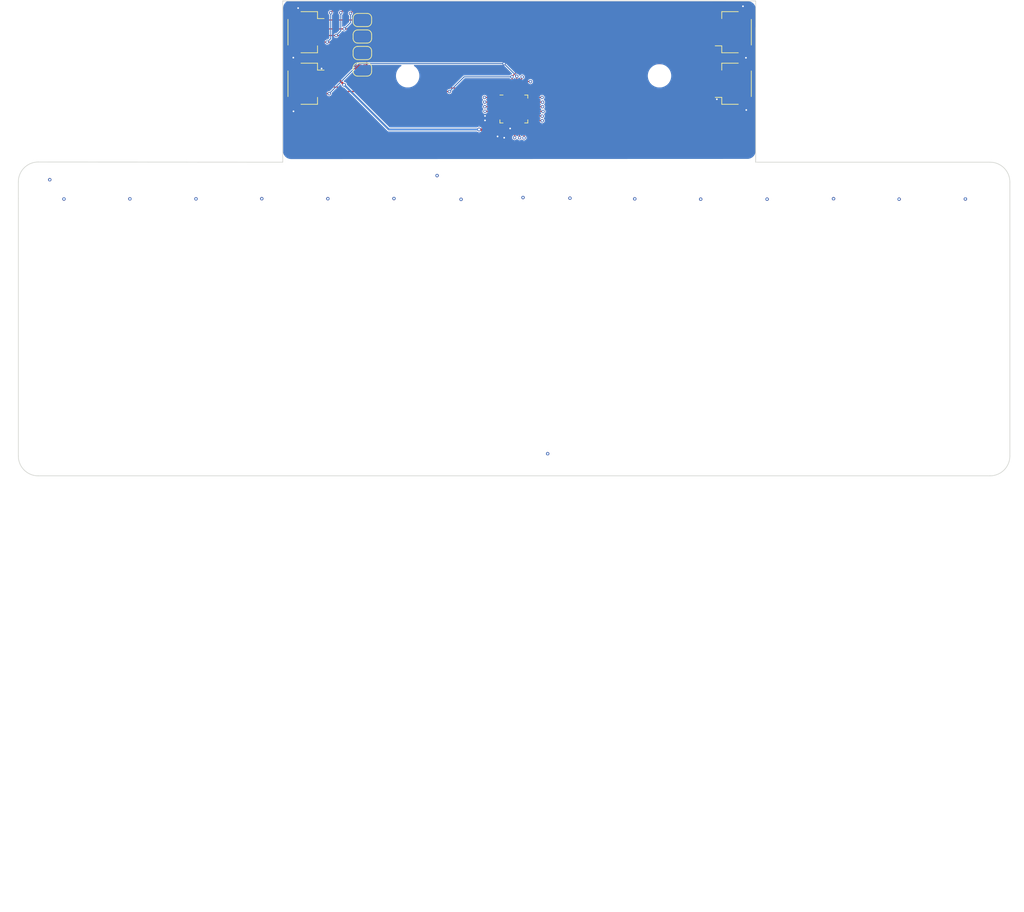
<source format=kicad_pcb>
(kicad_pcb (version 20221018) (generator pcbnew)
  (layers (0 "F.Cu" signal) (1 "In1.Cu" signal) (2 "In2.Cu" signal) (31 "B.Cu" signal) (34 "B.Paste" user) (35 "F.Paste" user) (36 "B.SilkS" user "B.Silkscreen") (37 "F.SilkS" user "F.Silkscreen") (38 "B.Mask" user) (39 "F.Mask" user) (44 "Edge.Cuts" user))
  (net 0 "")
  (net 1 "/CMOD")
  (net 2 "GND")
  (net 3 "+3V3")
  (net 4 "/VCC")
  (net 5 "/SDA")
  (net 6 "/SCL")
  (net 7 "/EVT1")
  (net 8 "/EVT2")
  (net 9 "/EVT3")
  (net 10 "/EVT4")
  (net 11 "/EVT")
  (net 12 "Net-(U1-SDA)")
  (net 13 "Net-(U1-SCL)")
  (net 14 "Net-(U1-CS0)")
  (net 15 "/TOUCH0")
  (net 16 "Net-(U1-CS1)")
  (net 17 "/TOUCH1")
  (net 18 "Net-(U1-CS2)")
  (net 19 "/TOUCH2")
  (net 20 "Net-(U1-CS3)")
  (net 21 "/TOUCH3")
  (net 22 "Net-(U1-CS4)")
  (net 23 "/TOUCH4")
  (net 24 "Net-(U1-CS5)")
  (net 25 "/TOUCH5")
  (net 26 "Net-(U1-CS6)")
  (net 27 "/TOUCH6")
  (net 28 "Net-(U1-CS7)")
  (net 29 "/TOUCH7")
  (net 30 "Net-(U1-CS8)")
  (net 31 "/TOUCH8")
  (net 32 "Net-(U1-CS9)")
  (net 33 "/TOUCH9")
  (net 34 "Net-(U1-CS10)")
  (net 35 "/TOUCH10")
  (net 36 "Net-(U1-CS11)")
  (net 37 "/TOUCH11")
  (net 38 "Net-(U1-CS12)")
  (net 39 "/TOUCH12")
  (net 40 "Net-(U1-CS13)")
  (net 41 "/TOUCH13")
  (net 42 "Net-(U1-CS14)")
  (net 43 "/TOUCH14")
  (footprint "MountingHole:MountingHole_3.2mm_M3_DIN965" (layer "F.Cu") (at 104.9 73.95)
    (fp_text reference "H1" hide)
    (fp_text value "MountingHole" hide)
    (pad "" np_thru_hole circle (at 0 0) (size 3.2 3.2) (drill 3.2) (layers "*.Cu" "*.Mask"))
  )
  (footprint "Resistor_SMD:R_0201_0603Metric" (layer "F.Cu") (at 117.6 79.325 180)
    (fp_text reference "R6" hide)
    (fp_text value "560" hide)
    (pad "1" smd roundrect (at -0.32 0 180) (size 0.46 0.4) (layers "F.Cu" "F.Mask") (net 20 "Net-(U1-CS3)"))
    (pad "2" smd roundrect (at 0.32 0 180) (size 0.46 0.4) (layers "F.Cu" "F.Mask") (net 21 "/TOUCH3"))
  )
  (footprint "Capacitor_SMD:C_0201_0603Metric" (layer "F.Cu") (at 119 82.37 -90)
    (fp_text reference "C2" hide)
    (fp_text value "0.1uF" hide)
    (pad "1" smd roundrect (at -0.32 0 270) (size 0.46 0.4) (layers "F.Cu" "F.Mask") (net 3 "+3V3"))
    (pad "2" smd roundrect (at 0.32 0 270) (size 0.46 0.4) (layers "F.Cu" "F.Mask") (net 2 "GND"))
  )
  (footprint "JST-footprints:JST_SH_SM04B-SRSS-TB_1x04-1MP_P1.00mm_Horizontal" (layer "F.Cu") (at 154.2 75.15 90)
    (fp_text reference "I2C2" hide)
    (fp_text value "Conn_01x04" hide)
    (fp_line (start -3.11 -1.785) (end -2.06 -1.785) (stroke (width 0.12)) (layer "F.SilkS"))
    (fp_line (start -3.11 0.715) (end -3.11 -1.785) (stroke (width 0.12)) (layer "F.SilkS"))
    (fp_line (start -2.06 -1.785) (end -2.06 -2.775) (stroke (width 0.12)) (layer "F.SilkS"))
    (fp_line (start -1.94 2.685) (end 1.94 2.685) (stroke (width 0.12)) (layer "F.SilkS"))
    (fp_line (start 3.11 -1.785) (end 2.06 -1.785) (stroke (width 0.12)) (layer "F.SilkS"))
    (fp_line (start 3.11 0.715) (end 3.11 -1.785) (stroke (width 0.12)) (layer "F.SilkS"))
    (pad "1" smd roundrect (at -1.5 -2 90) (size 0.6 1.55) (layers "F.Cu" "F.Paste" "F.Mask") (net 2 "GND"))
    (pad "2" smd roundrect (at -0.5 -2 90) (size 0.6 1.55) (layers "F.Cu" "F.Paste" "F.Mask") (net 3 "+3V3"))
    (pad "3" smd roundrect (at 0.5 -2 90) (size 0.6 1.55) (layers "F.Cu" "F.Paste" "F.Mask") (net 5 "/SDA"))
    (pad "4" smd roundrect (at 1.5 -2 90) (size 0.6 1.55) (layers "F.Cu" "F.Paste" "F.Mask") (net 6 "/SCL"))
    (pad "MP" smd roundrect (at -2.8 1.875 90) (size 1.2 1.8) (layers "F.Cu" "F.Paste" "F.Mask") (roundrect_rratio 0.208333) (net 2 "GND"))
    (pad "MP" smd roundrect (at 2.8 1.875 90) (size 1.2 1.8) (layers "F.Cu" "F.Paste" "F.Mask") (roundrect_rratio 0.208333) (net 2 "GND"))
  )
  (footprint "Package_DFN_QFN:QFN-24-1EP_4x4mm_P0.5mm_EP2.6x2.6mm" (layer "F.Cu") (at 120.9625 78.975)
    (fp_text reference "U1" hide)
    (fp_text value "CY8CMBR3116" hide)
    (fp_line (start -2.11 2.11) (end -2.11 1.635) (stroke (width 0.12)) (layer "F.SilkS"))
    (fp_line (start -1.635 -2.11) (end -2.11 -2.11) (stroke (width 0.12)) (layer "F.SilkS"))
    (fp_line (start -1.635 2.11) (end -2.11 2.11) (stroke (width 0.12)) (layer "F.SilkS"))
    (fp_line (start 1.635 -2.11) (end 2.11 -2.11) (stroke (width 0.12)) (layer "F.SilkS"))
    (fp_line (start 1.635 2.11) (end 2.11 2.11) (stroke (width 0.12)) (layer "F.SilkS"))
    (fp_line (start 2.11 -2.11) (end 2.11 -1.635) (stroke (width 0.12)) (layer "F.SilkS"))
    (fp_line (start 2.11 2.11) (end 2.11 1.635) (stroke (width 0.12)) (layer "F.SilkS"))
    (pad "1" smd roundrect (at -1.9375 -1.25) (size 0.825 0.25) (layers "F.Cu" "F.Paste" "F.Mask") (net 14 "Net-(U1-CS0)"))
    (pad "2" smd roundrect (at -1.9375 -0.75) (size 0.825 0.25) (layers "F.Cu" "F.Paste" "F.Mask") (net 16 "Net-(U1-CS1)"))
    (pad "3" smd roundrect (at -1.9375 -0.25) (size 0.825 0.25) (layers "F.Cu" "F.Paste" "F.Mask") (net 18 "Net-(U1-CS2)"))
    (pad "4" smd roundrect (at -1.9375 0.25) (size 0.825 0.25) (layers "F.Cu" "F.Paste" "F.Mask") (net 20 "Net-(U1-CS3)"))
    (pad "5" smd roundrect (at -1.9375 0.75) (size 0.825 0.25) (layers "F.Cu" "F.Paste" "F.Mask") (net 1 "/CMOD"))
    (pad "6" smd roundrect (at -1.9375 1.25) (size 0.825 0.25) (layers "F.Cu" "F.Paste" "F.Mask") (net 4 "/VCC"))
    (pad "7" smd roundrect (at -1.25 1.9375) (size 0.25 0.825) (layers "F.Cu" "F.Paste" "F.Mask") (net 3 "+3V3"))
    (pad "8" smd roundrect (at -0.75 1.9375) (size 0.25 0.825) (layers "F.Cu" "F.Paste" "F.Mask") (net 2 "GND"))
    (pad "9" smd roundrect (at -0.25 1.9375) (size 0.25 0.825) (layers "F.Cu" "F.Paste" "F.Mask") (net 2 "GND"))
    (pad "10" smd roundrect (at 0.25 1.9375) (size 0.25 0.825) (layers "F.Cu" "F.Paste" "F.Mask") (net 42 "Net-(U1-CS14)"))
    (pad "11" smd roundrect (at 0.75 1.9375) (size 0.25 0.825) (layers "F.Cu" "F.Paste" "F.Mask") (net 40 "Net-(U1-CS13)"))
    (pad "12" smd roundrect (at 1.25 1.9375) (size 0.25 0.825) (layers "F.Cu" "F.Paste" "F.Mask") (net 38 "Net-(U1-CS12)"))
    (pad "13" smd roundrect (at 1.9375 1.25) (size 0.825 0.25) (layers "F.Cu" "F.Paste" "F.Mask") (net 36 "Net-(U1-CS11)"))
    (pad "14" smd roundrect (at 1.9375 0.75) (size 0.825 0.25) (layers "F.Cu" "F.Paste" "F.Mask") (net 34 "Net-(U1-CS10)"))
    (pad "15" smd roundrect (at 1.9375 0.25) (size 0.825 0.25) (layers "F.Cu" "F.Paste" "F.Mask") (net 32 "Net-(U1-CS9)"))
    (pad "16" smd roundrect (at 1.9375 -0.25) (size 0.825 0.25) (layers "F.Cu" "F.Paste" "F.Mask") (net 30 "Net-(U1-CS8)"))
    (pad "17" smd roundrect (at 1.9375 -0.75) (size 0.825 0.25) (layers "F.Cu" "F.Paste" "F.Mask") (net 28 "Net-(U1-CS7)"))
    (pad "18" smd roundrect (at 1.9375 -1.25) (size 0.825 0.25) (layers "F.Cu" "F.Paste" "F.Mask") (net 26 "Net-(U1-CS6)"))
    (pad "19" smd roundrect (at 1.25 -1.9375) (size 0.25 0.825) (layers "F.Cu" "F.Paste" "F.Mask") (net 24 "Net-(U1-CS5)"))
    (pad "20" smd roundrect (at 0.75 -1.9375) (size 0.25 0.825) (layers "F.Cu" "F.Paste" "F.Mask") (net 22 "Net-(U1-CS4)"))
    (pad "21" smd roundrect (at 0.25 -1.9375) (size 0.25 0.825) (layers "F.Cu" "F.Paste" "F.Mask") (net 12 "Net-(U1-SDA)"))
    (pad "22" smd roundrect (at -0.25 -1.9375) (size 0.25 0.825) (layers "F.Cu" "F.Paste" "F.Mask") (net 13 "Net-(U1-SCL)"))
    (pad "23" smd roundrect (at -0.75 -1.9375) (size 0.25 0.825) (layers "F.Cu" "F.Paste" "F.Mask") (net 11 "/EVT"))
    (pad "24" smd roundrect (at -1.25 -1.9375) (size 0.25 0.825) (layers "F.Cu" "F.Paste" "F.Mask"))
    (pad "25" smd rect (at 0 0) (size 2.6 2.6) (layers "F.Cu" "F.Mask") (net 2 "GND"))
  )
  (footprint "Capacitor_SMD:C_0201_0603Metric" (layer "F.Cu") (at 117.6 80.725 180)
    (fp_text reference "C4" hide)
    (fp_text value "0.1uF" hide)
    (pad "1" smd roundrect (at -0.32 0 180) (size 0.46 0.4) (layers "F.Cu" "F.Mask") (net 4 "/VCC"))
    (pad "2" smd roundrect (at 0.32 0 180) (size 0.46 0.4) (layers "F.Cu" "F.Mask") (net 2 "GND"))
  )
  (footprint "Resistor_SMD:R_0201_0603Metric" (layer "F.Cu") (at 124.3 77.225)
    (fp_text reference "R9" hide)
    (fp_text value "560" hide)
    (pad "1" smd roundrect (at -0.32 0) (size 0.46 0.4) (layers "F.Cu" "F.Mask") (net 26 "Net-(U1-CS6)"))
    (pad "2" smd roundrect (at 0.32 0) (size 0.46 0.4) (layers "F.Cu" "F.Mask") (net 39 "/TOUCH12"))
  )
  (footprint "Capacitor_SMD:C_0201_0603Metric" (layer "F.Cu") (at 119.7 82.37 -90)
    (fp_text reference "C3" hide)
    (fp_text value "1uF" hide)
    (pad "1" smd roundrect (at -0.32 0 270) (size 0.46 0.4) (layers "F.Cu" "F.Mask") (net 3 "+3V3"))
    (pad "2" smd roundrect (at 0.32 0 270) (size 0.46 0.4) (layers "F.Cu" "F.Mask") (net 2 "GND"))
  )
  (footprint "Resistor_SMD:R_0201_0603Metric" (layer "F.Cu") (at 124.3 77.925)
    (fp_text reference "R10" hide)
    (fp_text value "560" hide)
    (pad "1" smd roundrect (at -0.32 0) (size 0.46 0.4) (layers "F.Cu" "F.Mask") (net 28 "Net-(U1-CS7)"))
    (pad "2" smd roundrect (at 0.32 0) (size 0.46 0.4) (layers "F.Cu" "F.Mask") (net 37 "/TOUCH11"))
  )
  (footprint "Jumper:SolderJumper-2_P1.3mm_Open_RoundedPad1.0x1.5mm" (layer "F.Cu") (at 98.05 65.5 180)
    (fp_text reference "JP1" hide)
    (fp_text value "SolderJumper_2_Open" hide)
    (fp_line (start -1.4 0.3) (end -1.4 -0.3) (stroke (width 0.12)) (layer "F.SilkS"))
    (fp_line (start -0.7 -1) (end 0.7 -1) (stroke (width 0.12)) (layer "F.SilkS"))
    (fp_line (start 0.7 1) (end -0.7 1) (stroke (width 0.12)) (layer "F.SilkS"))
    (fp_line (start 1.4 -0.3) (end 1.4 0.3) (stroke (width 0.12)) (layer "F.SilkS"))
    (fp_arc (start -1.4 -0.3) (mid -1.194975 -0.794975) (end -0.7 -1) (stroke (width 0.12)) (layer "F.SilkS"))
    (fp_arc (start -0.7 1) (mid -1.194975 0.794975) (end -1.4 0.3) (stroke (width 0.12)) (layer "F.SilkS"))
    (fp_arc (start 0.7 -1) (mid 1.194975 -0.794975) (end 1.4 -0.3) (stroke (width 0.12)) (layer "F.SilkS"))
    (fp_arc (start 1.4 0.3) (mid 1.194975 0.794975) (end 0.7 1) (stroke (width 0.12)) (layer "F.SilkS"))
    (pad "1" smd custom (at -0.65 0 180) (size 1 0.5) (layers "F.Cu" "F.Mask") (net 11 "/EVT") (options (clearance outline) (anchor rect)) (primitives (gr_circle (center 0 0.25) (end 0.5 0.25) (width 0) (fill yes)) (gr_circle (center 0 -0.25) (end 0.5 -0.25) (width 0) (fill yes)) (gr_poly (pts (xy 0.5 0.75) (xy 0 0.75) (xy 0 -0.75) (xy 0.5 -0.75)) (width 0) (fill yes))))
    (pad "2" smd custom (at 0.65 0 180) (size 1 0.5) (layers "F.Cu" "F.Mask") (net 7 "/EVT1") (options (clearance outline) (anchor rect)) (primitives (gr_circle (center 0 0.25) (end 0.5 0.25) (width 0) (fill yes)) (gr_circle (center 0 -0.25) (end 0.5 -0.25) (width 0) (fill yes)) (gr_poly (pts (xy 0 0.75) (xy -0.5 0.75) (xy -0.5 -0.75) (xy 0 -0.75)) (width 0) (fill yes))))
  )
  (footprint "Resistor_SMD:R_0201_0603Metric" (layer "F.Cu") (at 122.5 82.37 -90)
    (fp_text reference "R15" hide)
    (fp_text value "560" hide)
    (pad "1" smd roundrect (at -0.32 0 270) (size 0.46 0.4) (layers "F.Cu" "F.Mask") (net 38 "Net-(U1-CS12)"))
    (pad "2" smd roundrect (at 0.32 0 270) (size 0.46 0.4) (layers "F.Cu" "F.Mask") (net 27 "/TOUCH6"))
  )
  (footprint "Resistor_SMD:R_0201_0603Metric" (layer "F.Cu") (at 124.3 80.025)
    (fp_text reference "R13" hide)
    (fp_text value "560" hide)
    (pad "1" smd roundrect (at -0.32 0) (size 0.46 0.4) (layers "F.Cu" "F.Mask") (net 34 "Net-(U1-CS10)"))
    (pad "2" smd roundrect (at 0.32 0) (size 0.46 0.4) (layers "F.Cu" "F.Mask") (net 31 "/TOUCH8"))
  )
  (footprint "MountingHole:MountingHole_3.2mm_M3_DIN965" (layer "F.Cu") (at 143 73.95)
    (fp_text reference "H2" hide)
    (fp_text value "MountingHole" hide)
    (pad "" np_thru_hole circle (at 0 0) (size 3.2 3.2) (drill 3.2) (layers "*.Cu" "*.Mask"))
  )
  (footprint "Resistor_SMD:R_0201_0603Metric" (layer "F.Cu") (at 121.8 82.37 -90)
    (fp_text reference "R16" hide)
    (fp_text value "560" hide)
    (pad "1" smd roundrect (at -0.32 0 270) (size 0.46 0.4) (layers "F.Cu" "F.Mask") (net 40 "Net-(U1-CS13)"))
    (pad "2" smd roundrect (at 0.32 0 270) (size 0.46 0.4) (layers "F.Cu" "F.Mask") (net 25 "/TOUCH5"))
  )
  (footprint "Resistor_SMD:R_0201_0603Metric" (layer "F.Cu") (at 117.6 77.925 180)
    (fp_text reference "R4" hide)
    (fp_text value "560" hide)
    (pad "1" smd roundrect (at -0.32 0 180) (size 0.46 0.4) (layers "F.Cu" "F.Mask") (net 16 "Net-(U1-CS1)"))
    (pad "2" smd roundrect (at 0.32 0 180) (size 0.46 0.4) (layers "F.Cu" "F.Mask") (net 17 "/TOUCH1"))
  )
  (footprint "Resistor_SMD:R_0201_0603Metric" (layer "F.Cu") (at 117.6 77.225 180)
    (fp_text reference "R3" hide)
    (fp_text value "560" hide)
    (pad "1" smd roundrect (at -0.32 0 180) (size 0.46 0.4) (layers "F.Cu" "F.Mask") (net 14 "Net-(U1-CS0)"))
    (pad "2" smd roundrect (at 0.32 0 180) (size 0.46 0.4) (layers "F.Cu" "F.Mask") (net 15 "/TOUCH0"))
  )
  (footprint "Resistor_SMD:R_0201_0603Metric" (layer "F.Cu") (at 124.3 79.325)
    (fp_text reference "R12" hide)
    (fp_text value "560" hide)
    (pad "1" smd roundrect (at -0.32 0) (size 0.46 0.4) (layers "F.Cu" "F.Mask") (net 32 "Net-(U1-CS9)"))
    (pad "2" smd roundrect (at 0.32 0) (size 0.46 0.4) (layers "F.Cu" "F.Mask") (net 33 "/TOUCH9"))
  )
  (footprint "Resistor_SMD:R_0201_0603Metric" (layer "F.Cu") (at 122.8 75.125 90)
    (fp_text reference "R8" hide)
    (fp_text value "560" hide)
    (pad "1" smd roundrect (at -0.32 0 90) (size 0.46 0.4) (layers "F.Cu" "F.Mask") (net 24 "Net-(U1-CS5)"))
    (pad "2" smd roundrect (at 0.32 0 90) (size 0.46 0.4) (layers "F.Cu" "F.Mask") (net 41 "/TOUCH13"))
  )
  (footprint "Resistor_SMD:R_0201_0603Metric" (layer "F.Cu") (at 117.6 78.625 180)
    (fp_text reference "R5" hide)
    (fp_text value "560" hide)
    (pad "1" smd roundrect (at -0.32 0 180) (size 0.46 0.4) (layers "F.Cu" "F.Mask") (net 18 "Net-(U1-CS2)"))
    (pad "2" smd roundrect (at 0.32 0 180) (size 0.46 0.4) (layers "F.Cu" "F.Mask") (net 19 "/TOUCH2"))
  )
  (footprint "JST-footprints:JST_SH_SM04B-SRSS-TB_1x04-1MP_P1.00mm_Horizontal" (layer "F.Cu") (at 89.475 75.15 -90)
    (fp_text reference "I2C1" hide)
    (fp_text value "Conn_01x04" hide)
    (fp_line (start -3.11 -1.785) (end -2.06 -1.785) (stroke (width 0.12)) (layer "F.SilkS"))
    (fp_line (start -3.11 0.715) (end -3.11 -1.785) (stroke (width 0.12)) (layer "F.SilkS"))
    (fp_line (start -2.06 -1.785) (end -2.06 -2.775) (stroke (width 0.12)) (layer "F.SilkS"))
    (fp_line (start -1.94 2.685) (end 1.94 2.685) (stroke (width 0.12)) (layer "F.SilkS"))
    (fp_line (start 3.11 -1.785) (end 2.06 -1.785) (stroke (width 0.12)) (layer "F.SilkS"))
    (fp_line (start 3.11 0.715) (end 3.11 -1.785) (stroke (width 0.12)) (layer "F.SilkS"))
    (pad "1" smd roundrect (at -1.5 -2 270) (size 0.6 1.55) (layers "F.Cu" "F.Paste" "F.Mask") (net 2 "GND"))
    (pad "2" smd roundrect (at -0.5 -2 270) (size 0.6 1.55) (layers "F.Cu" "F.Paste" "F.Mask") (net 3 "+3V3"))
    (pad "3" smd roundrect (at 0.5 -2 270) (size 0.6 1.55) (layers "F.Cu" "F.Paste" "F.Mask") (net 5 "/SDA"))
    (pad "4" smd roundrect (at 1.5 -2 270) (size 0.6 1.55) (layers "F.Cu" "F.Paste" "F.Mask") (net 6 "/SCL"))
    (pad "MP" smd roundrect (at -2.8 1.875 270) (size 1.2 1.8) (layers "F.Cu" "F.Paste" "F.Mask") (roundrect_rratio 0.208333) (net 2 "GND"))
    (pad "MP" smd roundrect (at 2.8 1.875 270) (size 1.2 1.8) (layers "F.Cu" "F.Paste" "F.Mask") (roundrect_rratio 0.208333) (net 2 "GND"))
  )
  (footprint "Jumper:SolderJumper-2_P1.3mm_Open_RoundedPad1.0x1.5mm" (layer "F.Cu") (at 98.05 70.5 180)
    (fp_text reference "JP3" hide)
    (fp_text value "SolderJumper_2_Open" hide)
    (fp_line (start -1.4 0.3) (end -1.4 -0.3) (stroke (width 0.12)) (layer "F.SilkS"))
    (fp_line (start -0.7 -1) (end 0.7 -1) (stroke (width 0.12)) (layer "F.SilkS"))
    (fp_line (start 0.7 1) (end -0.7 1) (stroke (width 0.12)) (layer "F.SilkS"))
    (fp_line (start 1.4 -0.3) (end 1.4 0.3) (stroke (width 0.12)) (layer "F.SilkS"))
    (fp_arc (start -1.4 -0.3) (mid -1.194975 -0.794975) (end -0.7 -1) (stroke (width 0.12)) (layer "F.SilkS"))
    (fp_arc (start -0.7 1) (mid -1.194975 0.794975) (end -1.4 0.3) (stroke (width 0.12)) (layer "F.SilkS"))
    (fp_arc (start 0.7 -1) (mid 1.194975 -0.794975) (end 1.4 -0.3) (stroke (width 0.12)) (layer "F.SilkS"))
    (fp_arc (start 1.4 0.3) (mid 1.194975 0.794975) (end 0.7 1) (stroke (width 0.12)) (layer "F.SilkS"))
    (pad "1" smd custom (at -0.65 0 180) (size 1 0.5) (layers "F.Cu" "F.Mask") (net 11 "/EVT") (options (clearance outline) (anchor rect)) (primitives (gr_circle (center 0 0.25) (end 0.5 0.25) (width 0) (fill yes)) (gr_circle (center 0 -0.25) (end 0.5 -0.25) (width 0) (fill yes)) (gr_poly (pts (xy 0.5 0.75) (xy 0 0.75) (xy 0 -0.75) (xy 0.5 -0.75)) (width 0) (fill yes))))
    (pad "2" smd custom (at 0.65 0 180) (size 1 0.5) (layers "F.Cu" "F.Mask") (net 9 "/EVT3") (options (clearance outline) (anchor rect)) (primitives (gr_circle (center 0 0.25) (end 0.5 0.25) (width 0) (fill yes)) (gr_circle (center 0 -0.25) (end 0.5 -0.25) (width 0) (fill yes)) (gr_poly (pts (xy 0 0.75) (xy -0.5 0.75) (xy -0.5 -0.75) (xy 0 -0.75)) (width 0) (fill yes))))
  )
  (footprint "Jumper:SolderJumper-2_P1.3mm_Open_RoundedPad1.0x1.5mm" (layer "F.Cu") (at 98.05 73 180)
    (fp_text reference "JP4" hide)
    (fp_text value "SolderJumper_2_Open" hide)
    (fp_line (start -1.4 0.3) (end -1.4 -0.3) (stroke (width 0.12)) (layer "F.SilkS"))
    (fp_line (start -0.7 -1) (end 0.7 -1) (stroke (width 0.12)) (layer "F.SilkS"))
    (fp_line (start 0.7 1) (end -0.7 1) (stroke (width 0.12)) (layer "F.SilkS"))
    (fp_line (start 1.4 -0.3) (end 1.4 0.3) (stroke (width 0.12)) (layer "F.SilkS"))
    (fp_arc (start -1.4 -0.3) (mid -1.194975 -0.794975) (end -0.7 -1) (stroke (width 0.12)) (layer "F.SilkS"))
    (fp_arc (start -0.7 1) (mid -1.194975 0.794975) (end -1.4 0.3) (stroke (width 0.12)) (layer "F.SilkS"))
    (fp_arc (start 0.7 -1) (mid 1.194975 -0.794975) (end 1.4 -0.3) (stroke (width 0.12)) (layer "F.SilkS"))
    (fp_arc (start 1.4 0.3) (mid 1.194975 0.794975) (end 0.7 1) (stroke (width 0.12)) (layer "F.SilkS"))
    (pad "1" smd custom (at -0.65 0 180) (size 1 0.5) (layers "F.Cu" "F.Mask") (net 11 "/EVT") (options (clearance outline) (anchor rect)) (primitives (gr_circle (center 0 0.25) (end 0.5 0.25) (width 0) (fill yes)) (gr_circle (center 0 -0.25) (end 0.5 -0.25) (width 0) (fill yes)) (gr_poly (pts (xy 0.5 0.75) (xy 0 0.75) (xy 0 -0.75) (xy 0.5 -0.75)) (width 0) (fill yes))))
    (pad "2" smd custom (at 0.65 0 180) (size 1 0.5) (layers "F.Cu" "F.Mask") (net 10 "/EVT4") (options (clearance outline) (anchor rect)) (primitives (gr_circle (center 0 0.25) (end 0.5 0.25) (width 0) (fill yes)) (gr_circle (center 0 -0.25) (end 0.5 -0.25) (width 0) (fill yes)) (gr_poly (pts (xy 0 0.75) (xy -0.5 0.75) (xy -0.5 -0.75) (xy 0 -0.75)) (width 0) (fill yes))))
  )
  (footprint "Resistor_SMD:R_0201_0603Metric" (layer "F.Cu") (at 120.7 75.125 -90)
    (fp_text reference "R2" hide)
    (fp_text value "100" hide)
    (pad "1" smd roundrect (at -0.32 0 270) (size 0.46 0.4) (layers "F.Cu" "F.Mask") (net 5 "/SDA"))
    (pad "2" smd roundrect (at 0.32 0 270) (size 0.46 0.4) (layers "F.Cu" "F.Mask") (net 13 "Net-(U1-SCL)"))
  )
  (footprint "JST-footprints:JST_SH_SM04B-SRSS-TB_1x04-1MP_P1.00mm_Horizontal" (layer "F.Cu") (at 154.2 67.35 90)
    (fp_text reference "INT2" hide)
    (fp_text value "Conn_01x04" hide)
    (fp_line (start -3.11 -1.785) (end -2.06 -1.785) (stroke (width 0.12)) (layer "F.SilkS"))
    (fp_line (start -3.11 0.715) (end -3.11 -1.785) (stroke (width 0.12)) (layer "F.SilkS"))
    (fp_line (start -2.06 -1.785) (end -2.06 -2.775) (stroke (width 0.12)) (layer "F.SilkS"))
    (fp_line (start -1.94 2.685) (end 1.94 2.685) (stroke (width 0.12)) (layer "F.SilkS"))
    (fp_line (start 3.11 -1.785) (end 2.06 -1.785) (stroke (width 0.12)) (layer "F.SilkS"))
    (fp_line (start 3.11 0.715) (end 3.11 -1.785) (stroke (width 0.12)) (layer "F.SilkS"))
    (pad "1" smd roundrect (at -1.5 -2 90) (size 0.6 1.55) (layers "F.Cu" "F.Paste" "F.Mask") (net 7 "/EVT1"))
    (pad "2" smd roundrect (at -0.5 -2 90) (size 0.6 1.55) (layers "F.Cu" "F.Paste" "F.Mask") (net 8 "/EVT2"))
    (pad "3" smd roundrect (at 0.5 -2 90) (size 0.6 1.55) (layers "F.Cu" "F.Paste" "F.Mask") (net 9 "/EVT3"))
    (pad "4" smd roundrect (at 1.5 -2 90) (size 0.6 1.55) (layers "F.Cu" "F.Paste" "F.Mask") (net 10 "/EVT4"))
    (pad "MP" smd roundrect (at -2.8 1.875 90) (size 1.2 1.8) (layers "F.Cu" "F.Paste" "F.Mask") (roundrect_rratio 0.208333) (net 2 "GND"))
    (pad "MP" smd roundrect (at 2.8 1.875 90) (size 1.2 1.8) (layers "F.Cu" "F.Paste" "F.Mask") (roundrect_rratio 0.208333) (net 2 "GND"))
  )
  (footprint "Resistor_SMD:R_0201_0603Metric" (layer "F.Cu") (at 124.3 80.725)
    (fp_text reference "R14" hide)
    (fp_text value "560" hide)
    (pad "1" smd roundrect (at -0.32 0) (size 0.46 0.4) (layers "F.Cu" "F.Mask") (net 36 "Net-(U1-CS11)"))
    (pad "2" smd roundrect (at 0.32 0) (size 0.46 0.4) (layers "F.Cu" "F.Mask") (net 29 "/TOUCH7"))
  )
  (footprint "Resistor_SMD:R_0201_0603Metric" (layer "F.Cu") (at 124.3 78.625)
    (fp_text reference "R11" hide)
    (fp_text value "560" hide)
    (pad "1" smd roundrect (at -0.32 0) (size 0.46 0.4) (layers "F.Cu" "F.Mask") (net 30 "Net-(U1-CS8)"))
    (pad "2" smd roundrect (at 0.32 0) (size 0.46 0.4) (layers "F.Cu" "F.Mask") (net 35 "/TOUCH10"))
  )
  (footprint "Resistor_SMD:R_0201_0603Metric" (layer "F.Cu") (at 122.1 75.125 90)
    (fp_text reference "R7" hide)
    (fp_text value "560" hide)
    (pad "1" smd roundrect (at -0.32 0 90) (size 0.46 0.4) (layers "F.Cu" "F.Mask") (net 22 "Net-(U1-CS4)"))
    (pad "2" smd roundrect (at 0.32 0 90) (size 0.46 0.4) (layers "F.Cu" "F.Mask") (net 43 "/TOUCH14"))
  )
  (footprint "Resistor_SMD:R_0201_0603Metric" (layer "F.Cu") (at 121.1 82.37 -90)
    (fp_text reference "R17" hide)
    (fp_text value "560" hide)
    (pad "1" smd roundrect (at -0.32 0 270) (size 0.46 0.4) (layers "F.Cu" "F.Mask") (net 42 "Net-(U1-CS14)"))
    (pad "2" smd roundrect (at 0.32 0 270) (size 0.46 0.4) (layers "F.Cu" "F.Mask") (net 23 "/TOUCH4"))
  )
  (footprint "Resistor_SMD:R_0201_0603Metric" (layer "F.Cu") (at 121.4 75.125 -90)
    (fp_text reference "R1" hide)
    (fp_text value "100" hide)
    (pad "1" smd roundrect (at -0.32 0 270) (size 0.46 0.4) (layers "F.Cu" "F.Mask") (net 6 "/SCL"))
    (pad "2" smd roundrect (at 0.32 0 270) (size 0.46 0.4) (layers "F.Cu" "F.Mask") (net 12 "Net-(U1-SDA)"))
  )
  (footprint "Jumper:SolderJumper-2_P1.3mm_Open_RoundedPad1.0x1.5mm" (layer "F.Cu") (at 98.05 68 180)
    (fp_text reference "JP2" hide)
    (fp_text value "SolderJumper_2_Open" hide)
    (fp_line (start -1.4 0.3) (end -1.4 -0.3) (stroke (width 0.12)) (layer "F.SilkS"))
    (fp_line (start -0.7 -1) (end 0.7 -1) (stroke (width 0.12)) (layer "F.SilkS"))
    (fp_line (start 0.7 1) (end -0.7 1) (stroke (width 0.12)) (layer "F.SilkS"))
    (fp_line (start 1.4 -0.3) (end 1.4 0.3) (stroke (width 0.12)) (layer "F.SilkS"))
    (fp_arc (start -1.4 -0.3) (mid -1.194975 -0.794975) (end -0.7 -1) (stroke (width 0.12)) (layer "F.SilkS"))
    (fp_arc (start -0.7 1) (mid -1.194975 0.794975) (end -1.4 0.3) (stroke (width 0.12)) (layer "F.SilkS"))
    (fp_arc (start 0.7 -1) (mid 1.194975 -0.794975) (end 1.4 -0.3) (stroke (width 0.12)) (layer "F.SilkS"))
    (fp_arc (start 1.4 0.3) (mid 1.194975 0.794975) (end 0.7 1) (stroke (width 0.12)) (layer "F.SilkS"))
    (pad "1" smd custom (at -0.65 0 180) (size 1 0.5) (layers "F.Cu" "F.Mask") (net 11 "/EVT") (options (clearance outline) (anchor rect)) (primitives (gr_circle (center 0 0.25) (end 0.5 0.25) (width 0) (fill yes)) (gr_circle (center 0 -0.25) (end 0.5 -0.25) (width 0) (fill yes)) (gr_poly (pts (xy 0.5 0.75) (xy 0 0.75) (xy 0 -0.75) (xy 0.5 -0.75)) (width 0) (fill yes))))
    (pad "2" smd custom (at 0.65 0 180) (size 1 0.5) (layers "F.Cu" "F.Mask") (net 8 "/EVT2") (options (clearance outline) (anchor rect)) (primitives (gr_circle (center 0 0.25) (end 0.5 0.25) (width 0) (fill yes)) (gr_circle (center 0 -0.25) (end 0.5 -0.25) (width 0) (fill yes)) (gr_poly (pts (xy 0 0.75) (xy -0.5 0.75) (xy -0.5 -0.75) (xy 0 -0.75)) (width 0) (fill yes))))
  )
  (footprint "Capacitor_SMD:C_0201_0603Metric" (layer "F.Cu") (at 117.6 80.025 180)
    (fp_text reference "C1" hide)
    (fp_text value "2.2nF" hide)
    (pad "1" smd roundrect (at -0.32 0 180) (size 0.46 0.4) (layers "F.Cu" "F.Mask") (net 1 "/CMOD"))
    (pad "2" smd roundrect (at 0.32 0 180) (size 0.46 0.4) (layers "F.Cu" "F.Mask") (net 2 "GND"))
  )
  (footprint "JST-footprints:JST_SH_SM04B-SRSS-TB_1x04-1MP_P1.00mm_Horizontal" (layer "F.Cu") (at 89.475 67.35 -90)
    (fp_text reference "INT1" hide)
    (fp_text value "Conn_01x04" hide)
    (fp_line (start -3.11 -1.785) (end -2.06 -1.785) (stroke (width 0.12)) (layer "F.SilkS"))
    (fp_line (start -3.11 0.715) (end -3.11 -1.785) (stroke (width 0.12)) (layer "F.SilkS"))
    (fp_line (start -2.06 -1.785) (end -2.06 -2.775) (stroke (width 0.12)) (layer "F.SilkS"))
    (fp_line (start -1.94 2.685) (end 1.94 2.685) (stroke (width 0.12)) (layer "F.SilkS"))
    (fp_line (start 3.11 -1.785) (end 2.06 -1.785) (stroke (width 0.12)) (layer "F.SilkS"))
    (fp_line (start 3.11 0.715) (end 3.11 -1.785) (stroke (width 0.12)) (layer "F.SilkS"))
    (pad "1" smd roundrect (at -1.5 -2 270) (size 0.6 1.55) (layers "F.Cu" "F.Paste" "F.Mask") (net 7 "/EVT1"))
    (pad "2" smd roundrect (at -0.5 -2 270) (size 0.6 1.55) (layers "F.Cu" "F.Paste" "F.Mask") (net 8 "/EVT2"))
    (pad "3" smd roundrect (at 0.5 -2 270) (size 0.6 1.55) (layers "F.Cu" "F.Paste" "F.Mask") (net 9 "/EVT3"))
    (pad "4" smd roundrect (at 1.5 -2 270) (size 0.6 1.55) (layers "F.Cu" "F.Paste" "F.Mask") (net 10 "/EVT4"))
    (pad "MP" smd roundrect (at -2.8 1.875 270) (size 1.2 1.8) (layers "F.Cu" "F.Paste" "F.Mask") (roundrect_rratio 0.208333) (net 2 "GND"))
    (pad "MP" smd roundrect (at 2.8 1.875 270) (size 1.2 1.8) (layers "F.Cu" "F.Paste" "F.Mask") (roundrect_rratio 0.208333) (net 2 "GND"))
  )
  (gr_line (start 157.55 87.025) (end 157.55 62.625) (stroke (width 0.1)) (layer "Edge.Cuts"))
  (gr_line (start 193 87.025) (end 157.55 87.025) (stroke (width 0.1)) (layer "Edge.Cuts"))
  (gr_line (start 196 131.5) (end 196 90.025) (stroke (width 0.1)) (layer "Edge.Cuts"))
  (gr_line (start 157.55 62.625) (end 86 62.625) (stroke (width 0.1)) (layer "Edge.Cuts"))
  (gr_line (start 86 87.025) (end 49 87) (stroke (width 0.1)) (layer "Edge.Cuts"))
  (gr_line (start 49 134.5) (end 193 134.5) (stroke (width 0.1)) (layer "Edge.Cuts"))
  (gr_line (start 86 87.025) (end 86 62.625) (stroke (width 0.1)) (layer "Edge.Cuts"))
  (gr_arc (start 196 131.5) (mid 195.12132 133.62132) (end 193 134.5) (stroke (width 0.1)) (layer "Edge.Cuts"))
  (gr_arc (start 193 87.025) (mid 195.12132 87.90368) (end 196 90.025) (stroke (width 0.1)) (layer "Edge.Cuts"))
  (gr_line (start 46 92.5) (end 46 131.5) (stroke (width 0.1)) (layer "Edge.Cuts"))
  (gr_arc (start 49 134.5) (mid 46.87868 133.62132) (end 46 131.5) (stroke (width 0.1)) (layer "Edge.Cuts"))
  (gr_line (start 157.55 87.025) (end 157.55 66.625) (stroke (width 0.1)) (layer "Edge.Cuts"))
  (gr_arc (start 46 90) (mid 46.87868 87.87868) (end 49 87) (stroke (width 0.1)) (layer "Edge.Cuts"))
  (gr_line (start 46 92.5) (end 46 90) (stroke (width 0.1)) (layer "Edge.Cuts"))
  (segment (start 118.22 79.725) (end 119.025 79.725) (width 0.1524) (layer "F.Cu") (net 1))
  (segment (start 117.92 80.025) (end 118.22 79.725) (width 0.1524) (layer "F.Cu") (net 1))
  (segment (start 120.7125 80.9125) (end 120.2125 80.9125) (width 0.1524) (layer "F.Cu") (net 2))
  (segment (start 156.075 64.55) (end 156.075 63.875) (width 0.254) (layer "F.Cu") (net 2))
  (segment (start 152.2 76.65) (end 152.2 76.975) (width 0.254) (layer "F.Cu") (net 2))
  (segment (start 120.7125 79.225) (end 120.9625 78.975) (width 0.1524) (layer "F.Cu") (net 2))
  (segment (start 119.7 82.69) (end 119.7 83.125) (width 0.1524) (layer "F.Cu") (net 2))
  (segment (start 156.075 72.35) (end 156.075 70.15) (width 0.254) (layer "F.Cu") (net 2))
  (segment (start 152.2 76.975) (end 151.675 77.5) (width 0.254) (layer "F.Cu") (net 2))
  (segment (start 91.475 73.25) (end 91.875 72.85) (width 0.254) (layer "F.Cu") (net 2))
  (segment (start 87.6 77.95) (end 87.6 79.3) (width 0.254) (layer "F.Cu") (net 2))
  (segment (start 117.28 80.025) (end 116.6 80.025) (width 0.1524) (layer "F.Cu") (net 2))
  (segment (start 118.935 82.69) (end 118.5 83.125) (width 0.1524) (layer "F.Cu") (net 2))
  (segment (start 120.2125 81.7375) (end 120.4 81.925) (width 0.1524) (layer "F.Cu") (net 2))
  (segment (start 91.475 73.65) (end 91.475 73.25) (width 0.254) (layer "F.Cu") (net 2))
  (segment (start 156.075 77.95) (end 156.075 79.075) (width 0.254) (layer "F.Cu") (net 2))
  (segment (start 156.075 63.875) (end 155.625 63.425) (width 0.254) (layer "F.Cu") (net 2))
  (segment (start 87.6 72.35) (end 87.6 70.15) (width 0.254) (layer "F.Cu") (net 2))
  (segment (start 88.325 63.7) (end 87.6 64.425) (width 0.254) (layer "F.Cu") (net 2))
  (segment (start 87.6 64.425) (end 87.6 64.55) (width 0.254) (layer "F.Cu") (net 2))
  (segment (start 119 82.69) (end 118.935 82.69) (width 0.1524) (layer "F.Cu") (net 2))
  (segment (start 120.7125 80.9125) (end 120.7125 79.225) (width 0.1524) (layer "F.Cu") (net 2))
  (segment (start 119 82.69) (end 119.7 82.69) (width 0.1524) (layer "F.Cu") (net 2))
  (segment (start 120.2125 80.9125) (end 120.2125 81.7375) (width 0.1524) (layer "F.Cu") (net 2))
  (segment (start 119.7 83.125) (end 119.5 83.325) (width 0.1524) (layer "F.Cu") (net 2))
  (segment (start 87.6 79.3) (end 87.625 79.325) (width 0.254) (layer "F.Cu") (net 2))
  (segment (start 156.075 79.075) (end 156.125 79.125) (width 0.254) (layer "F.Cu") (net 2))
  (segment (start 116.625 80.725) (end 116.6 80.7) (width 0.1524) (layer "F.Cu") (net 2))
  (segment (start 117.28 80.725) (end 116.625 80.725) (width 0.1524) (layer "F.Cu") (net 2))
  (via (at 156.075 71.225) (size 0.508) (drill 0.254) (layers "F.Cu" "B.Cu") (net 2))
  (via (at 156.125 79.125) (size 0.508) (drill 0.254) (layers "F.Cu" "B.Cu") (net 2))
  (via (at 87.625 79.325) (size 0.508) (drill 0.254) (layers "F.Cu" "B.Cu") (net 2))
  (via (at 119.5 83.325) (size 0.508) (drill 0.254) (layers "F.Cu" "B.Cu") (net 2))
  (via (at 151.675 77.5) (size 0.508) (drill 0.254) (layers "F.Cu" "B.Cu") (net 2))
  (via (at 109.35 89.05) (size 0.508) (drill 0.254) (layers "F.Cu" "B.Cu") (net 2))
  (via (at 118.5 83.125) (size 0.508) (drill 0.254) (layers "F.Cu" "B.Cu") (net 2))
  (via (at 116.6 80.025) (size 0.508) (drill 0.254) (layers "F.Cu" "B.Cu") (net 2))
  (via (at 126.075 131.15) (size 0.508) (drill 0.254) (layers "F.Cu" "B.Cu") (net 2))
  (via (at 120.4 81.925) (size 0.508) (drill 0.254) (layers "F.Cu" "B.Cu") (net 2))
  (via (at 87.6 71.2) (size 0.508) (drill 0.254) (layers "F.Cu" "B.Cu") (net 2))
  (via (at 116.6 80.7) (size 0.508) (drill 0.254) (layers "F.Cu" "B.Cu") (net 2))
  (via (at 91.875 72.85) (size 0.508) (drill 0.254) (layers "F.Cu" "B.Cu") (net 2))
  (via (at 155.625 63.425) (size 0.508) (drill 0.254) (layers "F.Cu" "B.Cu") (net 2))
  (via (at 50.75 89.675) (size 0.508) (drill 0.254) (layers "F.Cu" "B.Cu") (net 2))
  (via (at 88.325 63.7) (size 0.508) (drill 0.254) (layers "F.Cu" "B.Cu") (net 2))
  (segment (start 118.975 82.075) (end 119 82.05) (width 0.3048) (layer "F.Cu") (net 3))
  (segment (start 150.75 75.65) (end 152.2 75.65) (width 0.3048) (layer "F.Cu") (net 3))
  (segment (start 119.7125 80.9125) (end 119.7125 82.0375) (width 0.1524) (layer "F.Cu") (net 3))
  (segment (start 150.5276 75.8724) (end 150.75 75.65) (width 0.3048) (layer "F.Cu") (net 3))
  (segment (start 115.7 82.075) (end 116 82.075) (width 0.3048) (layer "F.Cu") (net 3))
  (segment (start 94.625 74.65) (end 95.275 75.3) (width 0.3048) (layer "F.Cu") (net 3))
  (segment (start 131.9776 75.8724) (end 150.5276 75.8724) (width 0.3048) (layer "F.Cu") (net 3))
  (segment (start 91.475 74.65) (end 94.625 74.65) (width 0.3048) (layer "F.Cu") (net 3))
  (segment (start 119.7 82.05) (end 119 82.05) (width 0.1524) (layer "F.Cu") (net 3))
  (segment (start 119.7125 82.0375) (end 119.7 82.05) (width 0.1524) (layer "F.Cu") (net 3))
  (segment (start 116 82.075) (end 117.9 83.975) (width 0.3048) (layer "F.Cu") (net 3))
  (segment (start 115.7 82.075) (end 118.975 82.075) (width 0.3048) (layer "F.Cu") (net 3))
  (segment (start 117.9 83.975) (end 123.875 83.975) (width 0.3048) (layer "F.Cu") (net 3))
  (segment (start 123.875 83.975) (end 131.9776 75.8724) (width 0.3048) (layer "F.Cu") (net 3))
  (via (at 115.7 82.075) (size 0.5588) (drill 0.3048) (layers "F.Cu" "B.Cu") (net 3))
  (via (at 95.275 75.3) (size 0.5588) (drill 0.3048) (layers "F.Cu" "B.Cu") (net 3))
  (segment (start 102.05 82.075) (end 95.275 75.3) (width 0.3048) (layer "B.Cu") (net 3))
  (segment (start 115.7 82.075) (end 102.05 82.075) (width 0.3048) (layer "B.Cu") (net 3))
  (segment (start 119.025 80.225) (end 118.525 80.725) (width 0.1524) (layer "F.Cu") (net 4))
  (segment (start 118.525 80.725) (end 117.92 80.725) (width 0.1524) (layer "F.Cu") (net 4))
  (segment (start 152.2 74.65) (end 148.02704 74.65) (width 0.1524) (layer "F.Cu") (net 5))
  (segment (start 148.02704 74.65) (end 145.48084 72.1038) (width 0.1524) (layer "F.Cu") (net 5))
  (segment (start 120.7 74.125) (end 120.675 74.1) (width 0.1524) (layer "F.Cu") (net 5))
  (segment (start 111.225 76.325) (end 94.95 76.325) (width 0.1524) (layer "F.Cu") (net 5))
  (segment (start 145.48084 72.1038) (end 122.6462 72.1038) (width 0.1524) (layer "F.Cu") (net 5))
  (segment (start 94.275 75.65) (end 91.475 75.65) (width 0.1524) (layer "F.Cu") (net 5))
  (segment (start 122.6462 72.1038) (end 120.675 74.075) (width 0.1524) (layer "F.Cu") (net 5))
  (segment (start 120.7 74.805) (end 120.7 74.125) (width 0.1524) (layer "F.Cu") (net 5))
  (segment (start 120.675 74.075) (end 120.675 74.1) (width 0.1524) (layer "F.Cu") (net 5))
  (segment (start 94.95 76.325) (end 94.275 75.65) (width 0.1524) (layer "F.Cu") (net 5))
  (via (at 111.225 76.325) (size 0.508) (drill 0.254) (layers "F.Cu" "B.Cu") (net 5))
  (via (at 120.675 74.1) (size 0.508) (drill 0.254) (layers "F.Cu" "B.Cu") (net 5))
  (segment (start 120.675 74.1) (end 113.45 74.1) (width 0.1524) (layer "B.Cu") (net 5))
  (segment (start 113.45 74.1) (end 111.225 76.325) (width 0.1524) (layer "B.Cu") (net 5))
  (segment (start 91.475 76.65) (end 93.025 76.65) (width 0.1524) (layer "F.Cu") (net 6))
  (segment (start 119.7602 71.8224) (end 119.4788 72.1038) (width 0.1524) (layer "F.Cu") (net 6))
  (segment (start 152.2 73.65) (end 147.425 73.65) (width 0.1524) (layer "F.Cu") (net 6))
  (segment (start 147.425 73.65) (end 145.5974 71.8224) (width 0.1524) (layer "F.Cu") (net 6))
  (segment (start 121.4 74.025) (end 121.4 74.805) (width 0.1524) (layer "F.Cu") (net 6))
  (segment (start 145.5974 71.8224) (end 119.7602 71.8224) (width 0.1524) (layer "F.Cu") (net 6))
  (via (at 93.025 76.65) (size 0.508) (drill 0.254) (layers "F.Cu" "B.Cu") (net 6))
  (via (at 121.4 74.025) (size 0.508) (drill 0.254) (layers "F.Cu" "B.Cu") (net 6))
  (via (at 119.4788 72.1038) (size 0.508) (drill 0.254) (layers "F.Cu" "B.Cu") (net 6))
  (segment (start 93.025 76.65) (end 97.5712 72.1038) (width 0.1524) (layer "B.Cu") (net 6))
  (segment (start 119.4788 72.1038) (end 121.4 74.025) (width 0.1524) (layer "B.Cu") (net 6))
  (segment (start 97.5712 72.1038) (end 119.4788 72.1038) (width 0.1524) (layer "B.Cu") (net 6))
  (segment (start 91.825 65.5) (end 91.475 65.85) (width 0.1524) (layer "F.Cu") (net 7))
  (segment (start 101.725 64.325) (end 97.825 64.325) (width 0.1524) (layer "F.Cu") (net 7))
  (segment (start 106.25 68.85) (end 101.725 64.325) (width 0.1524) (layer "F.Cu") (net 7))
  (segment (start 97.4 64.75) (end 97.4 65.5) (width 0.1524) (layer "F.Cu") (net 7))
  (segment (start 97.4 65.5) (end 91.825 65.5) (width 0.1524) (layer "F.Cu") (net 7))
  (segment (start 152.2 68.85) (end 106.25 68.85) (width 0.1524) (layer "F.Cu") (net 7))
  (segment (start 97.825 64.325) (end 97.4 64.75) (width 0.1524) (layer "F.Cu") (net 7))
  (segment (start 96.7064 64.0436) (end 96.25 64.5) (width 0.1524) (layer "F.Cu") (net 8))
  (segment (start 105.64796 67.85) (end 101.84156 64.0436) (width 0.1524) (layer "F.Cu") (net 8))
  (segment (start 91.475 66.85) (end 95.3 66.85) (width 0.1524) (layer "F.Cu") (net 8))
  (segment (start 96.25 66.85) (end 97.4 68) (width 0.1524) (layer "F.Cu") (net 8))
  (segment (start 101.84156 64.0436) (end 96.7064 64.0436) (width 0.1524) (layer "F.Cu") (net 8))
  (segment (start 95.3 66.85) (end 96.25 66.85) (width 0.1524) (layer "F.Cu") (net 8))
  (segment (start 152.2 67.85) (end 105.64796 67.85) (width 0.1524) (layer "F.Cu") (net 8))
  (via (at 95.3 66.85) (size 0.508) (drill 0.254) (layers "F.Cu" "B.Cu") (net 8))
  (via (at 96.25 64.5) (size 0.508) (drill 0.254) (layers "F.Cu" "B.Cu") (net 8))
  (segment (start 95.3 66.85) (end 96.25 65.9) (width 0.1524) (layer "B.Cu") (net 8))
  (segment (start 96.25 65.9) (end 96.25 64.5) (width 0.1524) (layer "B.Cu") (net 8))
  (segment (start 95.4128 63.7622) (end 94.775 64.4) (width 0.1524) (layer "F.Cu") (net 9))
  (segment (start 94.75 67.85) (end 94.075 67.85) (width 0.1524) (layer "F.Cu") (net 9))
  (segment (start 94.075 67.85) (end 91.475 67.85) (width 0.1524) (layer "F.Cu") (net 9))
  (segment (start 105.04592 66.85) (end 101.95812 63.7622) (width 0.1524) (layer "F.Cu") (net 9))
  (segment (start 101.95812 63.7622) (end 95.4128 63.7622) (width 0.1524) (layer "F.Cu") (net 9))
  (segment (start 152.2 66.85) (end 105.04592 66.85) (width 0.1524) (layer "F.Cu") (net 9))
  (segment (start 97.4 70.5) (end 94.75 67.85) (width 0.1524) (layer "F.Cu") (net 9))
  (via (at 94.075 67.85) (size 0.508) (drill 0.254) (layers "F.Cu" "B.Cu") (net 9))
  (via (at 94.775 64.4) (size 0.508) (drill 0.254) (layers "F.Cu" "B.Cu") (net 9))
  (segment (start 94.775 64.4) (end 94.775 67.15) (width 0.1524) (layer "B.Cu") (net 9))
  (segment (start 94.775 67.15) (end 94.075 67.85) (width 0.1524) (layer "B.Cu") (net 9))
  (segment (start 104.44388 65.85) (end 102.07468 63.4808) (width 0.1524) (layer "F.Cu") (net 10))
  (segment (start 102.07468 63.4808) (end 94.1692 63.4808) (width 0.1524) (layer "F.Cu") (net 10))
  (segment (start 97.4 73) (end 93.25 68.85) (width 0.1524) (layer "F.Cu") (net 10))
  (segment (start 152.2 65.85) (end 104.44388 65.85) (width 0.1524) (layer "F.Cu") (net 10))
  (segment (start 92.725 68.85) (end 91.475 68.85) (width 0.1524) (layer "F.Cu") (net 10))
  (segment (start 94.1692 63.4808) (end 93.25 64.4) (width 0.1524) (layer "F.Cu") (net 10))
  (segment (start 93.25 68.85) (end 92.725 68.85) (width 0.1524) (layer "F.Cu") (net 10))
  (via (at 93.25 64.4) (size 0.508) (drill 0.254) (layers "F.Cu" "B.Cu") (net 10))
  (via (at 92.725 68.85) (size 0.508) (drill 0.254) (layers "F.Cu" "B.Cu") (net 10))
  (segment (start 93.25 68.325) (end 92.725 68.85) (width 0.1524) (layer "B.Cu") (net 10))
  (segment (start 93.25 64.4) (end 93.25 68.325) (width 0.1524) (layer "B.Cu") (net 10))
  (segment (start 120.2125 76.5125) (end 119.4962 75.7962) (width 0.1524) (layer "F.Cu") (net 11))
  (segment (start 98.7 73) (end 98.7 65.5) (width 0.1524) (layer "F.Cu") (net 11))
  (segment (start 120.2125 77.0375) (end 120.2125 76.5125) (width 0.1524) (layer "F.Cu") (net 11))
  (segment (start 119.4962 75.7962) (end 101.4962 75.7962) (width 0.1524) (layer "F.Cu") (net 11))
  (segment (start 101.4962 75.7962) (end 98.7 73) (width 0.1524) (layer "F.Cu") (net 11))
  (segment (start 121.2125 77.0375) (end 121.2125 75.6325) (width 0.1524) (layer "F.Cu") (net 12))
  (segment (start 121.2125 75.6325) (end 121.4 75.445) (width 0.1524) (layer "F.Cu") (net 12))
  (segment (start 120.7 75.445) (end 120.7 77.025) (width 0.1524) (layer "F.Cu") (net 13))
  (segment (start 120.7 77.025) (end 120.7125 77.0375) (width 0.1524) (layer "F.Cu") (net 13))
  (segment (start 117.92 77.225) (end 118.2 77.225) (width 0.1524) (layer "F.Cu") (net 14))
  (segment (start 118.2 77.225) (end 118.7 77.725) (width 0.1524) (layer "F.Cu") (net 14))
  (segment (start 118.7 77.725) (end 119.025 77.725) (width 0.1524) (layer "F.Cu") (net 14))
  (segment (start 117.28 77.225) (end 116.525 77.225) (width 0.1524) (layer "F.Cu") (net 15))
  (via (at 116.525 77.225) (size 0.508) (drill 0.254) (layers "F.Cu" "B.Cu") (net 15))
  (via (at 52.9 92.6) (size 0.508) (drill 0.254) (layers "F.Cu" "B.Cu") (net 15))
  (segment (start 118.22 78.225) (end 119.025 78.225) (width 0.1524) (layer "F.Cu") (net 16))
  (segment (start 117.92 77.925) (end 118.22 78.225) (width 0.1524) (layer "F.Cu") (net 16))
  (segment (start 117.28 77.925) (end 116.55 77.925) (width 0.1524) (layer "F.Cu") (net 17))
  (via (at 116.55 77.925) (size 0.508) (drill 0.254) (layers "F.Cu" "B.Cu") (net 17))
  (via (at 62.875 92.575) (size 0.508) (drill 0.254) (layers "F.Cu" "B.Cu") (net 17))
  (segment (start 117.92 78.625) (end 118.02 78.725) (width 0.1524) (layer "F.Cu") (net 18))
  (segment (start 118.02 78.725) (end 119.025 78.725) (width 0.1524) (layer "F.Cu") (net 18))
  (segment (start 117.28 78.625) (end 116.575 78.625) (width 0.1524) (layer "F.Cu") (net 19))
  (via (at 116.575 78.625) (size 0.508) (drill 0.254) (layers "F.Cu" "B.Cu") (net 19))
  (via (at 72.875 92.575) (size 0.508) (drill 0.254) (layers "F.Cu" "B.Cu") (net 19))
  (segment (start 117.92 79.325) (end 118.02 79.225) (width 0.1524) (layer "F.Cu") (net 20))
  (segment (start 118.02 79.225) (end 119.025 79.225) (width 0.1524) (layer "F.Cu") (net 20))
  (segment (start 116.6 79.325) (end 117.28 79.325) (width 0.1524) (layer "F.Cu") (net 21))
  (via (at 82.825 92.55) (size 0.508) (drill 0.254) (layers "F.Cu" "B.Cu") (net 21))
  (via (at 116.6 79.325) (size 0.508) (drill 0.254) (layers "F.Cu" "B.Cu") (net 21))
  (segment (start 122.1 75.507027) (end 122.1 75.445) (width 0.1524) (layer "F.Cu") (net 22))
  (segment (start 121.7125 77.0375) (end 121.7125 75.894527) (width 0.1524) (layer "F.Cu") (net 22))
  (segment (start 121.7125 75.894527) (end 122.1 75.507027) (width 0.1524) (layer "F.Cu") (net 22))
  (segment (start 121.1 83.275) (end 121.075 83.3) (width 0.1524) (layer "F.Cu") (net 23))
  (segment (start 121.1 82.69) (end 121.1 83.275) (width 0.1524) (layer "F.Cu") (net 23))
  (via (at 92.825 92.55) (size 0.508) (drill 0.254) (layers "F.Cu" "B.Cu") (net 23))
  (via (at 121.075 83.3) (size 0.508) (drill 0.254) (layers "F.Cu" "B.Cu") (net 23))
  (segment (start 122.2125 76.1125) (end 122.2125 77.0375) (width 0.1524) (layer "F.Cu") (net 24))
  (segment (start 122.8 75.525) (end 122.2125 76.1125) (width 0.1524) (layer "F.Cu") (net 24))
  (segment (start 122.8 75.445) (end 122.8 75.525) (width 0.1524) (layer "F.Cu") (net 24))
  (segment (start 121.8 82.69) (end 121.8 83.3) (width 0.1524) (layer "F.Cu") (net 25))
  (segment (start 121.8 83.3) (end 121.825 83.325) (width 0.1524) (layer "F.Cu") (net 25))
  (via (at 102.825 92.525) (size 0.508) (drill 0.254) (layers "F.Cu" "B.Cu") (net 25))
  (via (at 121.825 83.325) (size 0.508) (drill 0.254) (layers "F.Cu" "B.Cu") (net 25))
  (segment (start 123.48 77.725) (end 123.98 77.225) (width 0.1524) (layer "F.Cu") (net 26))
  (segment (start 122.9 77.725) (end 123.48 77.725) (width 0.1524) (layer "F.Cu") (net 26))
  (segment (start 122.5 82.69) (end 122.5 83.35) (width 0.1524) (layer "F.Cu") (net 27))
  (via (at 112.975 92.65) (size 0.508) (drill 0.254) (layers "F.Cu" "B.Cu") (net 27))
  (via (at 122.5 83.35) (size 0.508) (drill 0.254) (layers "F.Cu" "B.Cu") (net 27))
  (segment (start 123.68 78.225) (end 123.98 77.925) (width 0.1524) (layer "F.Cu") (net 28))
  (segment (start 122.9 78.225) (end 123.68 78.225) (width 0.1524) (layer "F.Cu") (net 28))
  (segment (start 124.62 80.725) (end 125.225 80.725) (width 0.1524) (layer "F.Cu") (net 29))
  (segment (start 125.225 80.725) (end 125.25 80.75) (width 0.1524) (layer "F.Cu") (net 29))
  (via (at 125.25 80.75) (size 0.508) (drill 0.254) (layers "F.Cu" "B.Cu") (net 29))
  (via (at 122.35 92.375) (size 0.508) (drill 0.254) (layers "F.Cu" "B.Cu") (net 29))
  (segment (start 123.88 78.725) (end 123.98 78.625) (width 0.1524) (layer "F.Cu") (net 30))
  (segment (start 122.9 78.725) (end 123.88 78.725) (width 0.1524) (layer "F.Cu") (net 30))
  (segment (start 125.225 80.025) (end 125.25 80.05) (width 0.1524) (layer "F.Cu") (net 31))
  (segment (start 124.62 80.025) (end 125.225 80.025) (width 0.1524) (layer "F.Cu") (net 31))
  (via (at 125.25 80.05) (size 0.508) (drill 0.254) (layers "F.Cu" "B.Cu") (net 31))
  (via (at 129.45 92.475) (size 0.508) (drill 0.254) (layers "F.Cu" "B.Cu") (net 31))
  (segment (start 122.9 79.225) (end 123.88 79.225) (width 0.1524) (layer "F.Cu") (net 32))
  (segment (start 123.88 79.225) (end 123.98 79.325) (width 0.1524) (layer "F.Cu") (net 32))
  (segment (start 125.35 79.325) (end 125.375 79.35) (width 0.1524) (layer "F.Cu") (net 33))
  (segment (start 124.62 79.325) (end 125.35 79.325) (width 0.1524) (layer "F.Cu") (net 33))
  (via (at 139.25 92.575) (size 0.508) (drill 0.254) (layers "F.Cu" "B.Cu") (net 33))
  (via (at 125.375 79.35) (size 0.508) (drill 0.254) (layers "F.Cu" "B.Cu") (net 33))
  (segment (start 123.98 80.025) (end 123.68 79.725) (width 0.1524) (layer "F.Cu") (net 34))
  (segment (start 123.68 79.725) (end 122.9 79.725) (width 0.1524) (layer "F.Cu") (net 34))
  (segment (start 124.62 78.625) (end 125.3 78.625) (width 0.1524) (layer "F.Cu") (net 35))
  (via (at 125.3 78.625) (size 0.508) (drill 0.254) (layers "F.Cu" "B.Cu") (net 35))
  (via (at 149.225 92.625) (size 0.508) (drill 0.254) (layers "F.Cu" "B.Cu") (net 35))
  (segment (start 123.4 80.725) (end 122.9 80.225) (width 0.1524) (layer "F.Cu") (net 36))
  (segment (start 123.98 80.725) (end 123.4 80.725) (width 0.1524) (layer "F.Cu") (net 36))
  (segment (start 125.275 77.925) (end 125.3 77.95) (width 0.1524) (layer "F.Cu") (net 37))
  (segment (start 124.62 77.925) (end 125.275 77.925) (width 0.1524) (layer "F.Cu") (net 37))
  (via (at 125.3 77.95) (size 0.508) (drill 0.254) (layers "F.Cu" "B.Cu") (net 37))
  (via (at 159.275 92.625) (size 0.508) (drill 0.254) (layers "F.Cu" "B.Cu") (net 37))
  (segment (start 122.5 81.725) (end 122.5 82.05) (width 0.1524) (layer "F.Cu") (net 38))
  (segment (start 122.2125 80.9125) (end 122.2125 81.4375) (width 0.1524) (layer "F.Cu") (net 38))
  (segment (start 122.2125 81.4375) (end 122.5 81.725) (width 0.1524) (layer "F.Cu") (net 38))
  (segment (start 124.62 77.225) (end 125.225 77.225) (width 0.1524) (layer "F.Cu") (net 39))
  (via (at 169.325 92.55) (size 0.508) (drill 0.254) (layers "F.Cu" "B.Cu") (net 39))
  (via (at 125.225 77.225) (size 0.508) (drill 0.254) (layers "F.Cu" "B.Cu") (net 39))
  (segment (start 121.8 81) (end 121.8 82.05) (width 0.1524) (layer "F.Cu") (net 40))
  (segment (start 121.7125 80.9125) (end 121.8 81) (width 0.1524) (layer "F.Cu") (net 40))
  (segment (start 123.455 74.805) (end 123.475 74.825) (width 0.1524) (layer "F.Cu") (net 41))
  (segment (start 122.8 74.805) (end 123.455 74.805) (width 0.1524) (layer "F.Cu") (net 41))
  (via (at 123.475 74.825) (size 0.508) (drill 0.254) (layers "F.Cu" "B.Cu") (net 41))
  (via (at 179.25 92.625) (size 0.508) (drill 0.254) (layers "F.Cu" "B.Cu") (net 41))
  (segment (start 121.1 81.725) (end 121.1 82.05) (width 0.1524) (layer "F.Cu") (net 42))
  (segment (start 121.2125 81.6125) (end 121.1 81.725) (width 0.1524) (layer "F.Cu") (net 42))
  (segment (start 121.2125 80.9125) (end 121.2125 81.6125) (width 0.1524) (layer "F.Cu") (net 42))
  (segment (start 122.1 74.25) (end 122.225 74.125) (width 0.1524) (layer "F.Cu") (net 43))
  (segment (start 122.1 74.805) (end 122.1 74.25) (width 0.1524) (layer "F.Cu") (net 43))
  (via (at 122.225 74.125) (size 0.508) (drill 0.254) (layers "F.Cu" "B.Cu") (net 43))
  (via (at 189.275 92.6) (size 0.508) (drill 0.254) (layers "F.Cu" "B.Cu") (net 43))
  (zone (net 2) (net_name "GND") (layer "B.Cu") (priority 3) (connect_pads yes (clearance 0)) (min_thickness 0.17) (fill yes (thermal_gap 0.5) (thermal_bridge_width 0.5) (smoothing fillet) (radius 1.25))
    (polygon (pts (xy 86.075 62.475) (xy 157.575 62.65) (xy 157.55 86.525) (xy 86.025 86.55) (xy 86 66.625)))
  )
)
</source>
